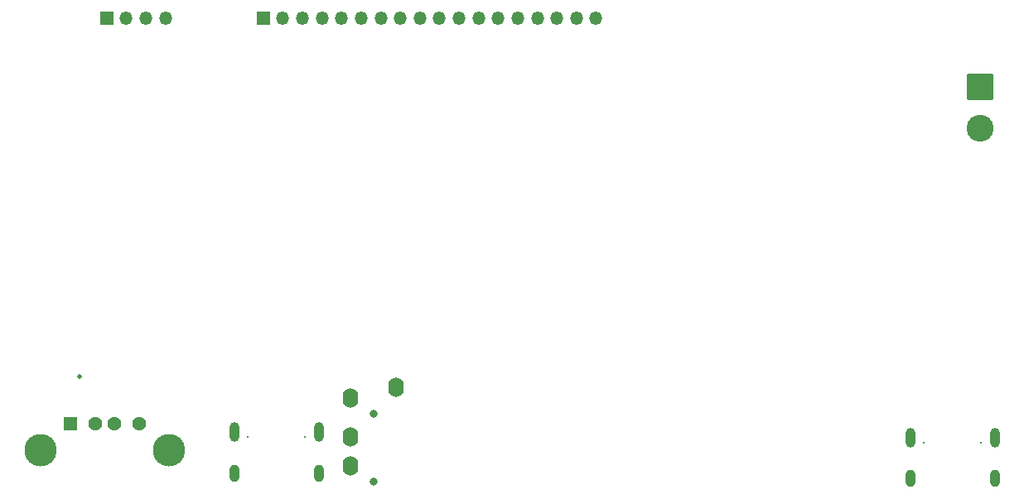
<source format=gbs>
%TF.GenerationSoftware,KiCad,Pcbnew,(7.0.0-rc1-253-g7844602210-dirty)*%
%TF.CreationDate,2023-01-20T20:56:40+08:00*%
%TF.ProjectId,VFDFFT,56464446-4654-42e6-9b69-6361645f7063,rev?*%
%TF.SameCoordinates,Original*%
%TF.FileFunction,Soldermask,Bot*%
%TF.FilePolarity,Negative*%
%FSLAX46Y46*%
G04 Gerber Fmt 4.6, Leading zero omitted, Abs format (unit mm)*
G04 Created by KiCad (PCBNEW (7.0.0-rc1-253-g7844602210-dirty)) date 2023-01-20 20:56:40*
%MOMM*%
%LPD*%
G01*
G04 APERTURE LIST*
G04 Aperture macros list*
%AMRoundRect*
0 Rectangle with rounded corners*
0 $1 Rounding radius*
0 $2 $3 $4 $5 $6 $7 $8 $9 X,Y pos of 4 corners*
0 Add a 4 corners polygon primitive as box body*
4,1,4,$2,$3,$4,$5,$6,$7,$8,$9,$2,$3,0*
0 Add four circle primitives for the rounded corners*
1,1,$1+$1,$2,$3*
1,1,$1+$1,$4,$5*
1,1,$1+$1,$6,$7*
1,1,$1+$1,$8,$9*
0 Add four rect primitives between the rounded corners*
20,1,$1+$1,$2,$3,$4,$5,0*
20,1,$1+$1,$4,$5,$6,$7,0*
20,1,$1+$1,$6,$7,$8,$9,0*
20,1,$1+$1,$8,$9,$2,$3,0*%
G04 Aperture macros list end*
%ADD10C,0.300000*%
%ADD11O,1.000000X1.800000*%
%ADD12O,1.000000X2.000000*%
%ADD13R,1.350000X1.350000*%
%ADD14O,1.350000X1.350000*%
%ADD15C,0.499999*%
%ADD16C,0.800000*%
%ADD17O,1.600000X2.000000*%
%ADD18RoundRect,0.250000X-1.125000X1.125000X-1.125000X-1.125000X1.125000X-1.125000X1.125000X1.125000X0*%
%ADD19C,2.750000*%
%ADD20R,1.428000X1.428000*%
%ADD21C,1.428000*%
%ADD22C,3.316000*%
G04 APERTURE END LIST*
D10*
%TO.C,J15*%
X69946000Y-78704000D03*
X64166000Y-78704000D03*
D11*
X71375999Y-82383999D03*
D12*
X71375999Y-78203999D03*
D11*
X62735999Y-82383999D03*
D12*
X62735999Y-78203999D03*
%TD*%
D13*
%TO.C,J4*%
X65719999Y-35813999D03*
D14*
X67719999Y-35813999D03*
X69719999Y-35813999D03*
X71719999Y-35813999D03*
X73719999Y-35813999D03*
X75719999Y-35813999D03*
X77719999Y-35813999D03*
X79719999Y-35813999D03*
X81719999Y-35813999D03*
X83719999Y-35813999D03*
X85719999Y-35813999D03*
X87719999Y-35813999D03*
X89719999Y-35813999D03*
X91719999Y-35813999D03*
X93719999Y-35813999D03*
X95719999Y-35813999D03*
X97719999Y-35813999D03*
X99719999Y-35813999D03*
%TD*%
D15*
%TO.C,U9*%
X46924001Y-72497000D03*
%TD*%
D13*
%TO.C,J3*%
X49719999Y-35813999D03*
D14*
X51719999Y-35813999D03*
X53719999Y-35813999D03*
X55719999Y-35813999D03*
%TD*%
D16*
%TO.C,J14*%
X76962000Y-83268500D03*
X76962000Y-76268500D03*
D17*
X79261999Y-73568499D03*
X74661999Y-78668499D03*
X74661999Y-81668499D03*
X74661999Y-74668499D03*
%TD*%
D18*
%TO.C,J2*%
X138938000Y-42858000D03*
D19*
X138938000Y-47058000D03*
%TD*%
D20*
%TO.C,J5*%
X46029999Y-77351999D03*
D21*
X48530000Y-77352000D03*
X50530000Y-77352000D03*
X53030000Y-77352000D03*
D22*
X42960000Y-80062000D03*
X56100000Y-80062000D03*
%TD*%
D10*
%TO.C,J1*%
X139034000Y-79228000D03*
X133254000Y-79228000D03*
D11*
X140463999Y-82907999D03*
D12*
X140463999Y-78727999D03*
D11*
X131823999Y-82907999D03*
D12*
X131823999Y-78727999D03*
%TD*%
M02*

</source>
